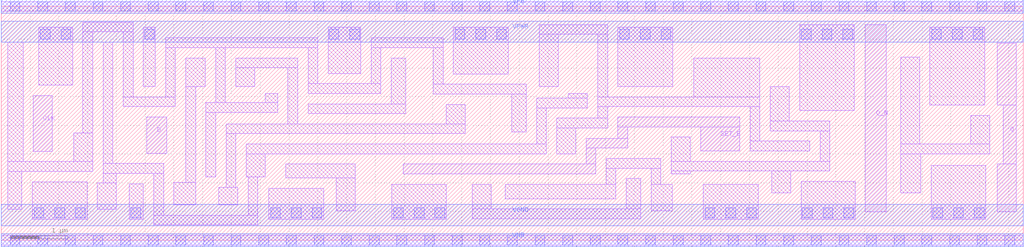
<source format=lef>
# Copyright 2020 The SkyWater PDK Authors
#
# Licensed under the Apache License, Version 2.0 (the "License");
# you may not use this file except in compliance with the License.
# You may obtain a copy of the License at
#
#     https://www.apache.org/licenses/LICENSE-2.0
#
# Unless required by applicable law or agreed to in writing, software
# distributed under the License is distributed on an "AS IS" BASIS,
# WITHOUT WARRANTIES OR CONDITIONS OF ANY KIND, either express or implied.
# See the License for the specific language governing permissions and
# limitations under the License.
#
# SPDX-License-Identifier: Apache-2.0

VERSION 5.7 ;
  NOWIREEXTENSIONATPIN ON ;
  DIVIDERCHAR "/" ;
  BUSBITCHARS "[]" ;
UNITS
  DATABASE MICRONS 200 ;
END UNITS
MACRO sky130_fd_sc_hvl__dfsbp_1
  CLASS CORE ;
  FOREIGN sky130_fd_sc_hvl__dfsbp_1 ;
  ORIGIN  0.000000  0.000000 ;
  SIZE  17.76000 BY  4.070000 ;
  SYMMETRY X Y ;
  SITE unithv ;
  PIN D
    ANTENNAGATEAREA  0.420000 ;
    DIRECTION INPUT ;
    USE SIGNAL ;
    PORT
      LAYER li1 ;
        RECT 2.525000 1.515000 2.875000 2.145000 ;
    END
  END D
  PIN Q
    ANTENNADIFFAREA  0.498750 ;
    DIRECTION OUTPUT ;
    USE SIGNAL ;
    PORT
      LAYER li1 ;
        RECT 17.300000 0.495000 17.635000 1.325000 ;
        RECT 17.300000 2.355000 17.635000 3.435000 ;
        RECT 17.405000 1.325000 17.635000 2.355000 ;
    END
  END Q
  PIN Q_N
    ANTENNADIFFAREA  0.641250 ;
    DIRECTION OUTPUT ;
    USE SIGNAL ;
    PORT
      LAYER li1 ;
        RECT 15.015000 0.495000 15.375000 3.755000 ;
    END
  END Q_N
  PIN SET_B
    ANTENNAGATEAREA  0.840000 ;
    DIRECTION INPUT ;
    USE SIGNAL ;
    PORT
      LAYER li1 ;
        RECT  6.985000 1.155000 10.330000 1.325000 ;
        RECT 10.160000 1.325000 10.330000 1.605000 ;
        RECT 10.160000 1.605000 10.885000 1.775000 ;
        RECT 10.715000 1.775000 10.885000 1.975000 ;
        RECT 10.715000 1.975000 12.830000 2.145000 ;
        RECT 12.150000 1.555000 12.830000 1.975000 ;
    END
  END SET_B
  PIN CLK
    ANTENNAGATEAREA  0.585000 ;
    DIRECTION INPUT ;
    USE CLOCK ;
    PORT
      LAYER li1 ;
        RECT 0.560000 1.550000 0.890000 2.520000 ;
    END
  END CLK
  PIN VGND
    DIRECTION INOUT ;
    USE GROUND ;
    PORT
      LAYER met1 ;
        RECT 0.000000 0.255000 17.760000 0.625000 ;
    END
  END VGND
  PIN VNB
    DIRECTION INOUT ;
    USE GROUND ;
    PORT
      LAYER met1 ;
        RECT 0.000000 -0.115000 17.760000 0.115000 ;
    END
  END VNB
  PIN VPB
    DIRECTION INOUT ;
    USE POWER ;
    PORT
      LAYER met1 ;
        RECT 0.000000 3.955000 17.760000 4.185000 ;
    END
  END VPB
  PIN VPWR
    DIRECTION INOUT ;
    USE POWER ;
    PORT
      LAYER met1 ;
        RECT 0.000000 3.445000 17.760000 3.815000 ;
    END
  END VPWR
  OBS
    LAYER li1 ;
      RECT  0.000000 -0.085000 17.760000 0.085000 ;
      RECT  0.000000  3.985000 17.760000 4.155000 ;
      RECT  0.110000  0.540000  0.360000 1.200000 ;
      RECT  0.110000  1.200000  1.590000 1.370000 ;
      RECT  0.110000  1.370000  0.380000 3.450000 ;
      RECT  0.540000  0.365000  1.490000 1.020000 ;
      RECT  0.650000  2.700000  1.240000 3.705000 ;
      RECT  1.260000  1.370000  1.590000 1.870000 ;
      RECT  1.420000  1.870000  1.590000 3.630000 ;
      RECT  1.420000  3.630000  2.290000 3.800000 ;
      RECT  1.670000  0.540000  2.000000 1.000000 ;
      RECT  1.770000  1.000000  2.000000 1.165000 ;
      RECT  1.770000  1.165000  2.820000 1.335000 ;
      RECT  1.770000  1.335000  1.940000 3.450000 ;
      RECT  2.120000  2.325000  3.025000 2.495000 ;
      RECT  2.120000  2.495000  2.290000 3.630000 ;
      RECT  2.220000  0.365000  2.470000 0.985000 ;
      RECT  2.470000  2.675000  2.675000 3.705000 ;
      RECT  2.650000  0.265000  4.460000 0.435000 ;
      RECT  2.650000  0.435000  2.820000 1.165000 ;
      RECT  2.855000  2.495000  3.025000 3.355000 ;
      RECT  2.855000  3.355000  5.500000 3.525000 ;
      RECT  3.000000  0.615000  3.375000 1.005000 ;
      RECT  3.205000  1.005000  3.375000 2.675000 ;
      RECT  3.205000  2.675000  3.545000 3.175000 ;
      RECT  3.555000  1.105000  3.725000 2.225000 ;
      RECT  3.555000  2.225000  4.800000 2.395000 ;
      RECT  3.725000  2.395000  3.895000 3.355000 ;
      RECT  3.780000  0.615000  4.110000 0.925000 ;
      RECT  3.905000  0.925000  4.075000 1.855000 ;
      RECT  3.905000  1.855000  8.060000 2.025000 ;
      RECT  4.075000  2.675000  4.405000 3.005000 ;
      RECT  4.075000  3.005000  5.150000 3.175000 ;
      RECT  4.255000  1.105000  4.585000 1.505000 ;
      RECT  4.255000  1.505000  9.470000 1.675000 ;
      RECT  4.290000  0.435000  4.460000 1.105000 ;
      RECT  4.585000  2.395000  4.800000 2.555000 ;
      RECT  4.650000  0.365000  5.600000 0.905000 ;
      RECT  4.945000  1.085000  6.150000 1.325000 ;
      RECT  4.980000  2.025000  5.150000 3.005000 ;
      RECT  5.330000  2.205000  7.025000 2.375000 ;
      RECT  5.330000  2.555000  6.595000 2.725000 ;
      RECT  5.330000  2.725000  5.500000 3.355000 ;
      RECT  5.680000  2.905000  6.245000 3.705000 ;
      RECT  5.820000  0.515000  6.150000 1.085000 ;
      RECT  6.425000  2.725000  6.595000 3.355000 ;
      RECT  6.425000  3.355000  7.675000 3.525000 ;
      RECT  6.775000  2.375000  7.025000 3.175000 ;
      RECT  6.785000  0.365000  7.735000 0.975000 ;
      RECT  7.505000  2.545000  9.120000 2.715000 ;
      RECT  7.505000  2.715000  7.675000 3.355000 ;
      RECT  7.730000  2.025000  8.060000 2.365000 ;
      RECT  7.855000  2.895000  8.805000 3.705000 ;
      RECT  8.185000  0.375000 11.110000 0.545000 ;
      RECT  8.185000  0.545000  8.515000 0.975000 ;
      RECT  8.755000  0.725000 10.680000 0.975000 ;
      RECT  8.870000  1.885000  9.120000 2.545000 ;
      RECT  9.300000  1.675000  9.470000 2.305000 ;
      RECT  9.300000  2.305000 10.185000 2.475000 ;
      RECT  9.345000  2.675000  9.675000 3.585000 ;
      RECT  9.345000  3.585000 10.535000 3.755000 ;
      RECT  9.650000  1.505000  9.980000 1.955000 ;
      RECT  9.650000  1.955000 10.535000 2.125000 ;
      RECT  9.855000  2.475000 10.185000 2.555000 ;
      RECT 10.365000  2.125000 10.535000 2.325000 ;
      RECT 10.365000  2.325000 13.180000 2.495000 ;
      RECT 10.365000  2.495000 10.535000 3.585000 ;
      RECT 10.510000  0.975000 10.680000 1.255000 ;
      RECT 10.510000  1.255000 11.460000 1.425000 ;
      RECT 10.715000  2.675000 11.665000 3.705000 ;
      RECT 10.860000  0.545000 11.110000 1.075000 ;
      RECT 11.290000  0.515000 11.660000 0.975000 ;
      RECT 11.290000  0.975000 11.460000 1.255000 ;
      RECT 11.640000  1.155000 11.970000 1.205000 ;
      RECT 11.640000  1.205000 14.395000 1.375000 ;
      RECT 11.640000  1.375000 11.970000 1.795000 ;
      RECT 12.035000  2.495000 13.180000 3.175000 ;
      RECT 12.200000  0.365000 13.150000 0.975000 ;
      RECT 13.010000  1.555000 14.045000 1.725000 ;
      RECT 13.010000  1.725000 13.180000 2.325000 ;
      RECT 13.360000  1.905000 14.395000 2.075000 ;
      RECT 13.360000  2.075000 13.690000 2.675000 ;
      RECT 13.390000  0.825000 13.720000 1.205000 ;
      RECT 13.870000  2.255000 14.820000 3.755000 ;
      RECT 13.900000  0.365000 14.835000 1.025000 ;
      RECT 14.225000  1.375000 14.395000 1.905000 ;
      RECT 15.625000  0.825000 15.975000 1.505000 ;
      RECT 15.625000  1.505000 17.175000 1.675000 ;
      RECT 15.625000  1.675000 15.955000 3.185000 ;
      RECT 16.135000  2.355000 17.085000 3.705000 ;
      RECT 16.155000  0.365000 17.105000 1.305000 ;
      RECT 16.845000  1.675000 17.175000 2.175000 ;
    LAYER mcon ;
      RECT  0.155000 -0.085000  0.325000 0.085000 ;
      RECT  0.155000  3.985000  0.325000 4.155000 ;
      RECT  0.570000  0.395000  0.740000 0.565000 ;
      RECT  0.635000 -0.085000  0.805000 0.085000 ;
      RECT  0.635000  3.985000  0.805000 4.155000 ;
      RECT  0.680000  3.505000  0.850000 3.675000 ;
      RECT  0.930000  0.395000  1.100000 0.565000 ;
      RECT  1.040000  3.505000  1.210000 3.675000 ;
      RECT  1.115000 -0.085000  1.285000 0.085000 ;
      RECT  1.115000  3.985000  1.285000 4.155000 ;
      RECT  1.290000  0.395000  1.460000 0.565000 ;
      RECT  1.595000 -0.085000  1.765000 0.085000 ;
      RECT  1.595000  3.985000  1.765000 4.155000 ;
      RECT  2.075000 -0.085000  2.245000 0.085000 ;
      RECT  2.075000  3.985000  2.245000 4.155000 ;
      RECT  2.250000  0.395000  2.420000 0.565000 ;
      RECT  2.490000  3.505000  2.660000 3.675000 ;
      RECT  2.555000 -0.085000  2.725000 0.085000 ;
      RECT  2.555000  3.985000  2.725000 4.155000 ;
      RECT  3.035000 -0.085000  3.205000 0.085000 ;
      RECT  3.035000  3.985000  3.205000 4.155000 ;
      RECT  3.515000 -0.085000  3.685000 0.085000 ;
      RECT  3.515000  3.985000  3.685000 4.155000 ;
      RECT  3.995000 -0.085000  4.165000 0.085000 ;
      RECT  3.995000  3.985000  4.165000 4.155000 ;
      RECT  4.475000 -0.085000  4.645000 0.085000 ;
      RECT  4.475000  3.985000  4.645000 4.155000 ;
      RECT  4.680000  0.395000  4.850000 0.565000 ;
      RECT  4.955000 -0.085000  5.125000 0.085000 ;
      RECT  4.955000  3.985000  5.125000 4.155000 ;
      RECT  5.040000  0.395000  5.210000 0.565000 ;
      RECT  5.400000  0.395000  5.570000 0.565000 ;
      RECT  5.435000 -0.085000  5.605000 0.085000 ;
      RECT  5.435000  3.985000  5.605000 4.155000 ;
      RECT  5.695000  3.505000  5.865000 3.675000 ;
      RECT  5.915000 -0.085000  6.085000 0.085000 ;
      RECT  5.915000  3.985000  6.085000 4.155000 ;
      RECT  6.055000  3.505000  6.225000 3.675000 ;
      RECT  6.395000 -0.085000  6.565000 0.085000 ;
      RECT  6.395000  3.985000  6.565000 4.155000 ;
      RECT  6.815000  0.395000  6.985000 0.565000 ;
      RECT  6.875000 -0.085000  7.045000 0.085000 ;
      RECT  6.875000  3.985000  7.045000 4.155000 ;
      RECT  7.175000  0.395000  7.345000 0.565000 ;
      RECT  7.355000 -0.085000  7.525000 0.085000 ;
      RECT  7.355000  3.985000  7.525000 4.155000 ;
      RECT  7.535000  0.395000  7.705000 0.565000 ;
      RECT  7.835000 -0.085000  8.005000 0.085000 ;
      RECT  7.835000  3.985000  8.005000 4.155000 ;
      RECT  7.885000  3.505000  8.055000 3.675000 ;
      RECT  8.245000  3.505000  8.415000 3.675000 ;
      RECT  8.315000 -0.085000  8.485000 0.085000 ;
      RECT  8.315000  3.985000  8.485000 4.155000 ;
      RECT  8.605000  3.505000  8.775000 3.675000 ;
      RECT  8.795000 -0.085000  8.965000 0.085000 ;
      RECT  8.795000  3.985000  8.965000 4.155000 ;
      RECT  9.275000 -0.085000  9.445000 0.085000 ;
      RECT  9.275000  3.985000  9.445000 4.155000 ;
      RECT  9.755000 -0.085000  9.925000 0.085000 ;
      RECT  9.755000  3.985000  9.925000 4.155000 ;
      RECT 10.235000 -0.085000 10.405000 0.085000 ;
      RECT 10.235000  3.985000 10.405000 4.155000 ;
      RECT 10.715000 -0.085000 10.885000 0.085000 ;
      RECT 10.715000  3.985000 10.885000 4.155000 ;
      RECT 10.745000  3.505000 10.915000 3.675000 ;
      RECT 11.105000  3.505000 11.275000 3.675000 ;
      RECT 11.195000 -0.085000 11.365000 0.085000 ;
      RECT 11.195000  3.985000 11.365000 4.155000 ;
      RECT 11.465000  3.505000 11.635000 3.675000 ;
      RECT 11.675000 -0.085000 11.845000 0.085000 ;
      RECT 11.675000  3.985000 11.845000 4.155000 ;
      RECT 12.155000 -0.085000 12.325000 0.085000 ;
      RECT 12.155000  3.985000 12.325000 4.155000 ;
      RECT 12.230000  0.395000 12.400000 0.565000 ;
      RECT 12.590000  0.395000 12.760000 0.565000 ;
      RECT 12.635000 -0.085000 12.805000 0.085000 ;
      RECT 12.635000  3.985000 12.805000 4.155000 ;
      RECT 12.950000  0.395000 13.120000 0.565000 ;
      RECT 13.115000 -0.085000 13.285000 0.085000 ;
      RECT 13.115000  3.985000 13.285000 4.155000 ;
      RECT 13.595000 -0.085000 13.765000 0.085000 ;
      RECT 13.595000  3.985000 13.765000 4.155000 ;
      RECT 13.900000  3.505000 14.070000 3.675000 ;
      RECT 13.920000  0.395000 14.090000 0.565000 ;
      RECT 14.075000 -0.085000 14.245000 0.085000 ;
      RECT 14.075000  3.985000 14.245000 4.155000 ;
      RECT 14.260000  3.505000 14.430000 3.675000 ;
      RECT 14.280000  0.395000 14.450000 0.565000 ;
      RECT 14.555000 -0.085000 14.725000 0.085000 ;
      RECT 14.555000  3.985000 14.725000 4.155000 ;
      RECT 14.620000  3.505000 14.790000 3.675000 ;
      RECT 14.640000  0.395000 14.810000 0.565000 ;
      RECT 15.035000 -0.085000 15.205000 0.085000 ;
      RECT 15.035000  3.985000 15.205000 4.155000 ;
      RECT 15.515000 -0.085000 15.685000 0.085000 ;
      RECT 15.515000  3.985000 15.685000 4.155000 ;
      RECT 15.995000 -0.085000 16.165000 0.085000 ;
      RECT 15.995000  3.985000 16.165000 4.155000 ;
      RECT 16.165000  3.505000 16.335000 3.675000 ;
      RECT 16.185000  0.395000 16.355000 0.565000 ;
      RECT 16.475000 -0.085000 16.645000 0.085000 ;
      RECT 16.475000  3.985000 16.645000 4.155000 ;
      RECT 16.525000  3.505000 16.695000 3.675000 ;
      RECT 16.545000  0.395000 16.715000 0.565000 ;
      RECT 16.885000  3.505000 17.055000 3.675000 ;
      RECT 16.905000  0.395000 17.075000 0.565000 ;
      RECT 16.955000 -0.085000 17.125000 0.085000 ;
      RECT 16.955000  3.985000 17.125000 4.155000 ;
      RECT 17.435000 -0.085000 17.605000 0.085000 ;
      RECT 17.435000  3.985000 17.605000 4.155000 ;
  END
END sky130_fd_sc_hvl__dfsbp_1
END LIBRARY

</source>
